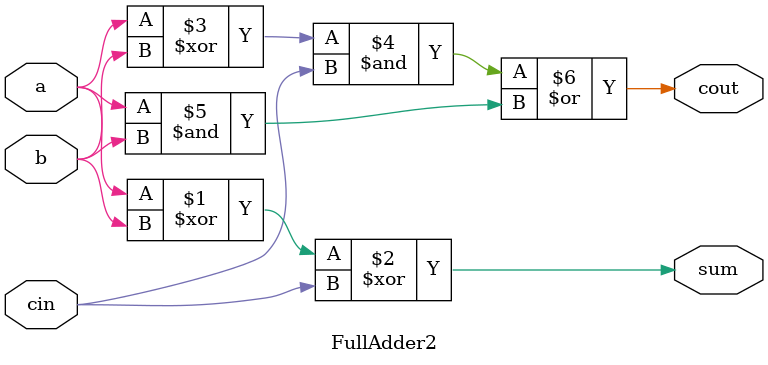
<source format=v>

module FullAdder2 (a, b, cin, sum, cout);
input a, b, cin;
output sum, cout;
	assign sum = a ^ b ^ cin;
	assign cout  = ((a^b)&cin) | (a&b);	// carry = (a xor b)cin + ab
endmodule
</source>
